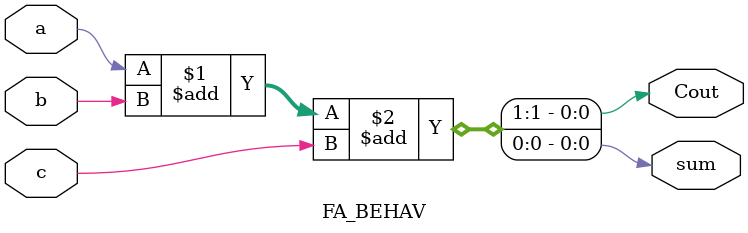
<source format=v>
module FA_BEHAV
(
input a,b,c,
output sum,Cout
);

assign{Cout,sum}=a+b+c;
endmodule

</source>
